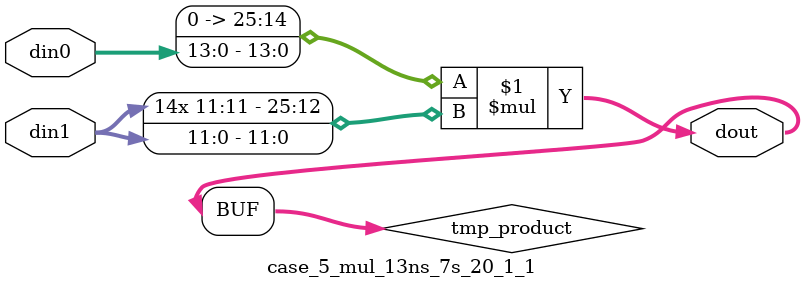
<source format=v>

`timescale 1 ns / 1 ps

 (* use_dsp = "no" *)  module case_5_mul_13ns_7s_20_1_1(din0, din1, dout);
parameter ID = 1;
parameter NUM_STAGE = 0;
parameter din0_WIDTH = 14;
parameter din1_WIDTH = 12;
parameter dout_WIDTH = 26;

input [din0_WIDTH - 1 : 0] din0; 
input [din1_WIDTH - 1 : 0] din1; 
output [dout_WIDTH - 1 : 0] dout;

wire signed [dout_WIDTH - 1 : 0] tmp_product;

























assign tmp_product = $signed({1'b0, din0}) * $signed(din1);










assign dout = tmp_product;





















endmodule

</source>
